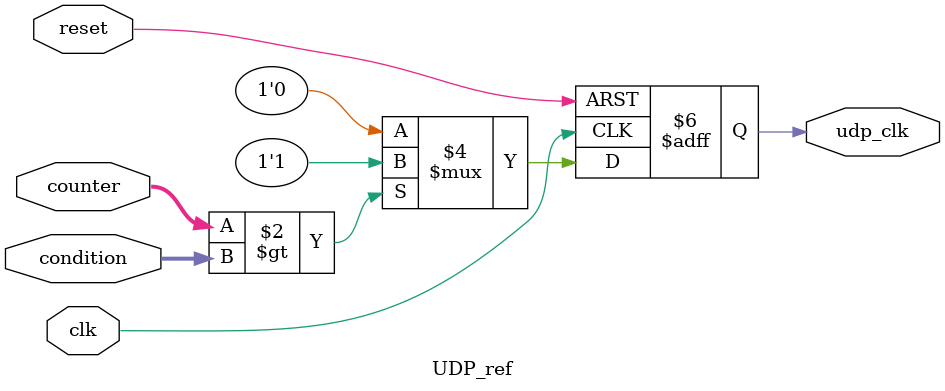
<source format=v>
`timescale 1ns / 1ps

(* use_dsp = "yes" *) 
module UDP_ref(
    input wire clk,
    input wire reset,
    input wire [31:0] counter,
    input wire [31:0] condition,
    output reg udp_clk
    );
	
    reg [31:0] condition_1;
    
        
    
always @(posedge clk or posedge reset)begin     
    if(reset) begin   
        udp_clk <= 1'b1;
    end  
    else if (counter > condition) begin   
        udp_clk <= 1'b1;
    end
    else begin
        udp_clk <= 1'b0;
    end 
end  
endmodule
</source>
